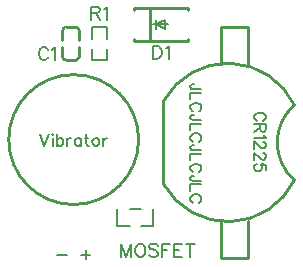
<source format=gto>
G04 Layer: TopSilkscreenLayer*
G04 EasyEDA v6.5.15, 2022-10-03 21:12:50*
G04 fb6dd305ba754b819a97ba8624fd114e,51c7c353d140458ba7ebdfa259124d39,10*
G04 Gerber Generator version 0.2*
G04 Scale: 100 percent, Rotated: No, Reflected: No *
G04 Dimensions in millimeters *
G04 leading zeros omitted , absolute positions ,4 integer and 5 decimal *
%FSLAX45Y45*%
%MOMM*%

%ADD10C,0.2000*%
%ADD11C,0.2030*%
%ADD12C,0.1800*%
%ADD13C,0.1524*%
%ADD14C,0.2540*%
%ADD15C,0.1270*%
%ADD16C,0.0193*%

%LPD*%
D10*
X-994206Y76964D02*
G01*
X-957884Y-18539D01*
X-921562Y76964D02*
G01*
X-957884Y-18539D01*
X-891590Y76964D02*
G01*
X-887018Y72392D01*
X-882446Y76964D01*
X-887018Y81536D01*
X-891590Y76964D01*
X-887018Y45214D02*
G01*
X-887018Y-18539D01*
X-852474Y76964D02*
G01*
X-852474Y-18539D01*
X-852474Y31498D02*
G01*
X-843330Y40642D01*
X-834186Y45214D01*
X-820470Y45214D01*
X-811580Y40642D01*
X-802436Y31498D01*
X-797864Y18036D01*
X-797864Y8892D01*
X-802436Y-4823D01*
X-811580Y-13967D01*
X-820470Y-18539D01*
X-834186Y-18539D01*
X-843330Y-13967D01*
X-852474Y-4823D01*
X-767892Y45214D02*
G01*
X-767892Y-18539D01*
X-767892Y18036D02*
G01*
X-763320Y31498D01*
X-754176Y40642D01*
X-745032Y45214D01*
X-731570Y45214D01*
X-646988Y45214D02*
G01*
X-646988Y-18539D01*
X-646988Y31498D02*
G01*
X-656132Y40642D01*
X-665022Y45214D01*
X-678738Y45214D01*
X-687882Y40642D01*
X-697026Y31498D01*
X-701598Y18036D01*
X-701598Y8892D01*
X-697026Y-4823D01*
X-687882Y-13967D01*
X-678738Y-18539D01*
X-665022Y-18539D01*
X-656132Y-13967D01*
X-646988Y-4823D01*
X-603300Y76964D02*
G01*
X-603300Y-251D01*
X-598728Y-13967D01*
X-589584Y-18539D01*
X-580694Y-18539D01*
X-617016Y45214D02*
G01*
X-585012Y45214D01*
X-527862Y45214D02*
G01*
X-537006Y40642D01*
X-546150Y31498D01*
X-550468Y18036D01*
X-550468Y8892D01*
X-546150Y-4823D01*
X-537006Y-13967D01*
X-527862Y-18539D01*
X-514146Y-18539D01*
X-505002Y-13967D01*
X-496112Y-4823D01*
X-491540Y8892D01*
X-491540Y18036D01*
X-496112Y31498D01*
X-505002Y40642D01*
X-514146Y45214D01*
X-527862Y45214D01*
X-461568Y45214D02*
G01*
X-461568Y-18539D01*
X-461568Y18036D02*
G01*
X-456996Y31498D01*
X-447852Y40642D01*
X-438708Y45214D01*
X-424992Y45214D01*
X894130Y192023D02*
G01*
X903274Y196342D01*
X912164Y205486D01*
X916736Y214629D01*
X916736Y232918D01*
X912164Y241807D01*
X903274Y250952D01*
X894130Y255523D01*
X880414Y260095D01*
X857808Y260095D01*
X844092Y255523D01*
X834948Y250952D01*
X825804Y241807D01*
X821232Y232918D01*
X821232Y214629D01*
X825804Y205486D01*
X834948Y196342D01*
X844092Y192023D01*
X916736Y161797D02*
G01*
X821232Y161797D01*
X916736Y161797D02*
G01*
X916736Y120904D01*
X912164Y107442D01*
X907592Y102870D01*
X898702Y98297D01*
X889558Y98297D01*
X880414Y102870D01*
X875842Y107442D01*
X871270Y120904D01*
X871270Y161797D01*
X871270Y130047D02*
G01*
X821232Y98297D01*
X898702Y68326D02*
G01*
X903274Y59181D01*
X916736Y45465D01*
X821232Y45465D01*
X894130Y10921D02*
G01*
X898702Y10921D01*
X907592Y6350D01*
X912164Y2031D01*
X916736Y-7112D01*
X916736Y-25400D01*
X912164Y-34544D01*
X907592Y-39115D01*
X898702Y-43434D01*
X889558Y-43434D01*
X880414Y-39115D01*
X866698Y-29971D01*
X821232Y15494D01*
X821232Y-48005D01*
X894130Y-82550D02*
G01*
X898702Y-82550D01*
X907592Y-87121D01*
X912164Y-91694D01*
X916736Y-100837D01*
X916736Y-118871D01*
X912164Y-128015D01*
X907592Y-132587D01*
X898702Y-137160D01*
X889558Y-137160D01*
X880414Y-132587D01*
X866698Y-123444D01*
X821232Y-77978D01*
X821232Y-141731D01*
X916736Y-226313D02*
G01*
X916736Y-180847D01*
X875842Y-176276D01*
X880414Y-180847D01*
X884986Y-194563D01*
X884986Y-208026D01*
X880414Y-221742D01*
X871270Y-230886D01*
X857808Y-235457D01*
X848664Y-235457D01*
X834948Y-230886D01*
X825804Y-221742D01*
X821232Y-208026D01*
X821232Y-194563D01*
X825804Y-180847D01*
X830376Y-176276D01*
X839520Y-171704D01*
D11*
X-609295Y-982979D02*
G01*
X-609295Y-900937D01*
X-568401Y-942086D02*
G01*
X-650189Y-942086D01*
X-768403Y-941956D02*
G01*
X-850191Y-941956D01*
D12*
X370636Y455929D02*
G01*
X297992Y455929D01*
X284276Y460502D01*
X279704Y465073D01*
X275132Y474218D01*
X275132Y483107D01*
X279704Y492252D01*
X284276Y496823D01*
X297992Y501395D01*
X307136Y501395D01*
X370636Y425957D02*
G01*
X275132Y425957D01*
X275132Y425957D02*
G01*
X275132Y371347D01*
X348030Y273304D02*
G01*
X357174Y277876D01*
X366064Y286765D01*
X370636Y295910D01*
X370636Y314197D01*
X366064Y323087D01*
X357174Y332231D01*
X348030Y336804D01*
X334314Y341376D01*
X311708Y341376D01*
X297992Y336804D01*
X288848Y332231D01*
X279704Y323087D01*
X275132Y314197D01*
X275132Y295910D01*
X279704Y286765D01*
X288848Y277876D01*
X297992Y273304D01*
X370636Y197865D02*
G01*
X297992Y197865D01*
X284276Y202184D01*
X279704Y206755D01*
X275132Y215900D01*
X275132Y225044D01*
X279704Y234187D01*
X284276Y238760D01*
X297992Y243331D01*
X307136Y243331D01*
X370636Y167639D02*
G01*
X275132Y167639D01*
X275132Y167639D02*
G01*
X275132Y113284D01*
X348030Y14986D02*
G01*
X357174Y19557D01*
X366064Y28702D01*
X370636Y37845D01*
X370636Y55879D01*
X366064Y65023D01*
X357174Y74168D01*
X348030Y78739D01*
X334314Y83312D01*
X311708Y83312D01*
X297992Y78739D01*
X288848Y74168D01*
X279704Y65023D01*
X275132Y55879D01*
X275132Y37845D01*
X279704Y28702D01*
X288848Y19557D01*
X297992Y14986D01*
X370636Y-60452D02*
G01*
X297992Y-60452D01*
X284276Y-55879D01*
X279704Y-51307D01*
X275132Y-42163D01*
X275132Y-33273D01*
X279704Y-24129D01*
X284276Y-19557D01*
X297992Y-14986D01*
X307136Y-14986D01*
X370636Y-90423D02*
G01*
X275132Y-90423D01*
X275132Y-90423D02*
G01*
X275132Y-145034D01*
X348030Y-243078D02*
G01*
X357174Y-238505D01*
X366064Y-229615D01*
X370636Y-220471D01*
X370636Y-202184D01*
X366064Y-193039D01*
X357174Y-184150D01*
X348030Y-179578D01*
X334314Y-175005D01*
X311708Y-175005D01*
X297992Y-179578D01*
X288848Y-184150D01*
X279704Y-193039D01*
X275132Y-202184D01*
X275132Y-220471D01*
X279704Y-229615D01*
X288848Y-238505D01*
X297992Y-243078D01*
X370636Y-318515D02*
G01*
X297992Y-318515D01*
X284276Y-313944D01*
X279704Y-309626D01*
X275132Y-300481D01*
X275132Y-291337D01*
X279704Y-282194D01*
X284276Y-277621D01*
X297992Y-273050D01*
X307136Y-273050D01*
X370636Y-348487D02*
G01*
X275132Y-348487D01*
X275132Y-348487D02*
G01*
X275132Y-403097D01*
X348030Y-501395D02*
G01*
X357174Y-496823D01*
X366064Y-487679D01*
X370636Y-478536D01*
X370636Y-460502D01*
X366064Y-451357D01*
X357174Y-442213D01*
X348030Y-437642D01*
X334314Y-433070D01*
X311708Y-433070D01*
X297992Y-437642D01*
X288848Y-442213D01*
X279704Y-451357D01*
X275132Y-460502D01*
X275132Y-478536D01*
X279704Y-487679D01*
X288848Y-496823D01*
X297992Y-501395D01*
D13*
X-925321Y787907D02*
G01*
X-930655Y798321D01*
X-941070Y808736D01*
X-951229Y813815D01*
X-972057Y813815D01*
X-982471Y808736D01*
X-992886Y798321D01*
X-998220Y787907D01*
X-1003300Y772160D01*
X-1003300Y746252D01*
X-998220Y730757D01*
X-992886Y720344D01*
X-982471Y709929D01*
X-972057Y704850D01*
X-951229Y704850D01*
X-941070Y709929D01*
X-930655Y720344D01*
X-925321Y730757D01*
X-891031Y792987D02*
G01*
X-880618Y798321D01*
X-865123Y813815D01*
X-865123Y704850D01*
X-38100Y826515D02*
G01*
X-38100Y717550D01*
X-38100Y826515D02*
G01*
X-1778Y826515D01*
X13970Y821436D01*
X24129Y811021D01*
X29463Y800607D01*
X34544Y784860D01*
X34544Y758952D01*
X29463Y743457D01*
X24129Y733044D01*
X13970Y722629D01*
X-1778Y717550D01*
X-38100Y717550D01*
X68834Y805687D02*
G01*
X79247Y811021D01*
X94995Y826515D01*
X94995Y717550D01*
X-304800Y-849884D02*
G01*
X-304800Y-958850D01*
X-304800Y-849884D02*
G01*
X-263144Y-958850D01*
X-221742Y-849884D02*
G01*
X-263144Y-958850D01*
X-221742Y-849884D02*
G01*
X-221742Y-958850D01*
X-156210Y-849884D02*
G01*
X-166623Y-854963D01*
X-177037Y-865378D01*
X-182118Y-875792D01*
X-187452Y-891539D01*
X-187452Y-917447D01*
X-182118Y-932942D01*
X-177037Y-943355D01*
X-166623Y-953770D01*
X-156210Y-958850D01*
X-135381Y-958850D01*
X-124968Y-953770D01*
X-114554Y-943355D01*
X-109473Y-932942D01*
X-104139Y-917447D01*
X-104139Y-891539D01*
X-109473Y-875792D01*
X-114554Y-865378D01*
X-124968Y-854963D01*
X-135381Y-849884D01*
X-156210Y-849884D01*
X2794Y-865378D02*
G01*
X-7620Y-854963D01*
X-23113Y-849884D01*
X-43942Y-849884D01*
X-59689Y-854963D01*
X-69850Y-865378D01*
X-69850Y-875792D01*
X-64770Y-886205D01*
X-59689Y-891539D01*
X-49276Y-896620D01*
X-18034Y-907034D01*
X-7620Y-912113D01*
X-2539Y-917447D01*
X2794Y-927862D01*
X2794Y-943355D01*
X-7620Y-953770D01*
X-23113Y-958850D01*
X-43942Y-958850D01*
X-59689Y-953770D01*
X-69850Y-943355D01*
X37084Y-849884D02*
G01*
X37084Y-958850D01*
X37084Y-849884D02*
G01*
X104647Y-849884D01*
X37084Y-901700D02*
G01*
X78739Y-901700D01*
X138937Y-849884D02*
G01*
X138937Y-958850D01*
X138937Y-849884D02*
G01*
X206502Y-849884D01*
X138937Y-901700D02*
G01*
X180339Y-901700D01*
X138937Y-958850D02*
G01*
X206502Y-958850D01*
X277113Y-849884D02*
G01*
X277113Y-958850D01*
X240792Y-849884D02*
G01*
X313436Y-849884D01*
X-558800Y1156715D02*
G01*
X-558800Y1047750D01*
X-558800Y1156715D02*
G01*
X-512063Y1156715D01*
X-496570Y1151636D01*
X-491236Y1146302D01*
X-486155Y1135887D01*
X-486155Y1125473D01*
X-491236Y1115060D01*
X-496570Y1109979D01*
X-512063Y1104900D01*
X-558800Y1104900D01*
X-522478Y1104900D02*
G01*
X-486155Y1047750D01*
X-451865Y1135887D02*
G01*
X-441452Y1141221D01*
X-425704Y1156715D01*
X-425704Y1047750D01*
D14*
X536498Y971295D02*
G01*
X536498Y983995D01*
X536498Y669513D01*
X536498Y983995D02*
G01*
X765098Y983995D01*
X765098Y671908D01*
X765098Y-971804D02*
G01*
X536498Y-971804D01*
X536498Y-659716D01*
X765098Y-959104D02*
G01*
X765098Y-971804D01*
X765098Y-657324D01*
X47246Y358602D02*
G01*
X47246Y-344363D01*
X-773478Y983297D02*
G01*
X-693475Y983297D01*
X-804463Y872322D02*
G01*
X-804463Y952319D01*
X-662498Y872322D02*
G01*
X-662498Y952319D01*
X-805045Y814732D02*
G01*
X-805045Y734733D01*
X-774062Y703750D02*
G01*
X-694065Y703750D01*
X-663084Y814732D02*
G01*
X-663084Y734733D01*
D15*
X91998Y1009395D02*
G01*
X-35001Y1009395D01*
X66603Y1047495D02*
G01*
X-9596Y1009395D01*
X-9596Y1009395D02*
G01*
X-9596Y971295D01*
X66603Y971295D02*
G01*
X-9596Y1009395D01*
X66603Y1009395D02*
G01*
X66603Y971295D01*
X-9596Y1009395D02*
G01*
X-9596Y1047495D01*
X66603Y1009395D02*
G01*
X66603Y1047495D01*
D14*
X-60396Y869398D02*
G01*
X-60396Y1149395D01*
X-201498Y1149393D02*
G01*
X258505Y1149395D01*
X-201498Y869398D02*
G01*
X258505Y869396D01*
X-201498Y1149393D02*
G01*
X-201498Y1132509D01*
X-201498Y886282D02*
G01*
X-201498Y869398D01*
X258505Y1149395D02*
G01*
X258505Y1132509D01*
X258505Y886282D02*
G01*
X258505Y869396D01*
D13*
X-340022Y-556282D02*
G01*
X-340022Y-701525D01*
X-236860Y-701525D01*
X-34780Y-556282D02*
G01*
X-34780Y-701525D01*
X-137942Y-701525D01*
X-232940Y-556282D02*
G01*
X-141861Y-556282D01*
X-426140Y886917D02*
G01*
X-426140Y982804D01*
X-558261Y982804D01*
X-558261Y886917D01*
X-426140Y801674D02*
G01*
X-426140Y705787D01*
X-558261Y705787D01*
X-558261Y801674D01*
D14*
G75*
G01*
X53899Y-349504D02*
G03*
X1158799Y-311404I542369J311382D01*
G75*
G01*
X1158799Y323596D02*
G03*
X53899Y361696I-562372J-268689D01*
G75*
G01*
X1158799Y323596D02*
G03*
X1158799Y-311404I275085J-317500D01*
G75*
G01*
X-774062Y703745D02*
G02*
X-805045Y734728I0J30983D01*
G75*
G01*
X-663080Y734728D02*
G02*
X-694065Y703745I-30983J0D01*
G75*
G01*
X-804464Y952315D02*
G02*
X-773478Y983298I30983J0D01*
G75*
G01*
X-693481Y983298D02*
G02*
X-662498Y952315I0J-30983D01*
G75*
G01
X-159588Y31496D02*
G03X-159588Y31496I-550012J0D01*
M02*

</source>
